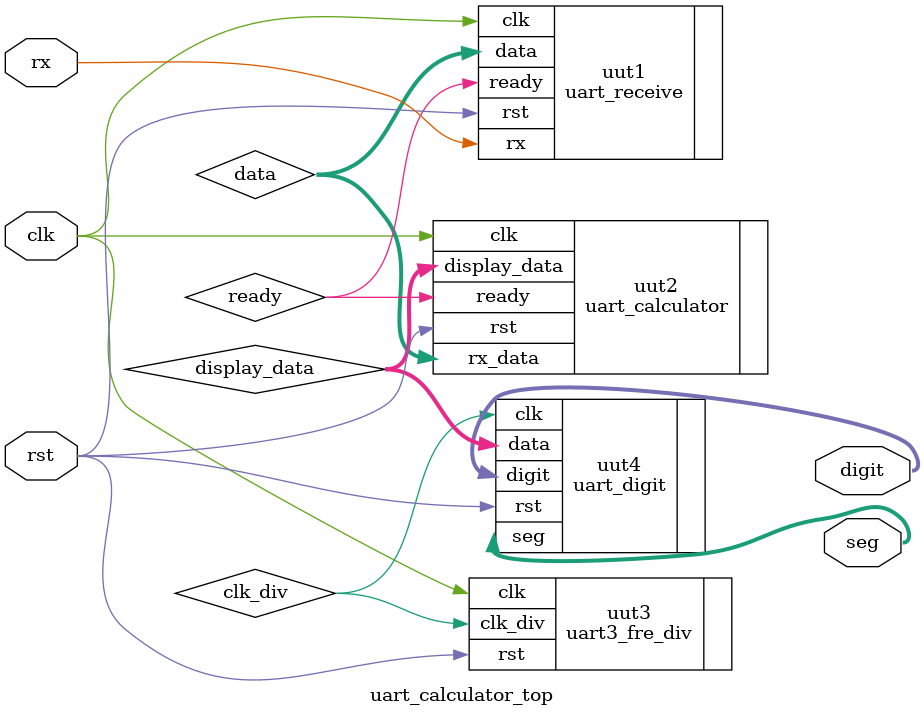
<source format=v>
`include "uart_receive.v"
`include "uart_calculator.v"
`include "uart3_fre_div.v"
`include "uart_digit.v"
module uart_calculator_top(
    input clk,
    input rst,
    input rx,
    output [7:0] seg,
    output [3:0] digit
);

wire [7:0] data;
wire ready;
uart_receive uut1(
    .clk(clk),
    .rst(rst),
    .rx(rx),
    .data(data),
    .ready(ready)
);

wire [15:0] display_data;
uart_calculator uut2(
    .clk(clk),
    .rst(rst),
    .ready(ready),
    .rx_data(data),
    .display_data(display_data)
);

wire clk_div;
uart3_fre_div uut3(
    .clk(clk),
    .rst(rst),
    .clk_div(clk_div)
);

uart_digit uut4(
    .clk(clk_div),
    .rst(rst),
    .data(display_data),
    .digit(digit),
    .seg(seg)
);









endmodule
</source>
